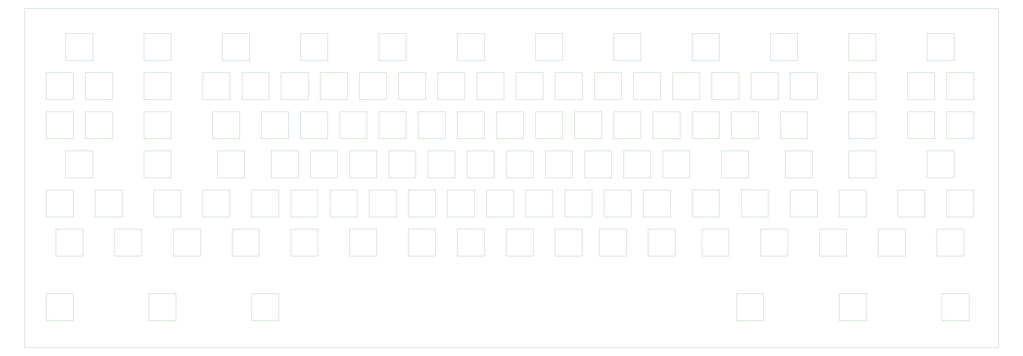
<source format=gbr>
%TF.GenerationSoftware,KiCad,Pcbnew,8.0.1-8.0.1-1~ubuntu22.04.1*%
%TF.CreationDate,2024-03-20T17:05:29+03:00*%
%TF.ProjectId,SpaceCadet,53706163-6543-4616-9465-742e6b696361,rev?*%
%TF.SameCoordinates,Original*%
%TF.FileFunction,Other,User*%
%FSLAX46Y46*%
G04 Gerber Fmt 4.6, Leading zero omitted, Abs format (unit mm)*
G04 Created by KiCad (PCBNEW 8.0.1-8.0.1-1~ubuntu22.04.1) date 2024-03-20 17:05:29*
%MOMM*%
%LPD*%
G01*
G04 APERTURE LIST*
%ADD10C,0.050000*%
%TA.AperFunction,Profile*%
%ADD11C,0.100000*%
%TD*%
G04 APERTURE END LIST*
D10*
X168369970Y-78050000D02*
X168369970Y-64850000D01*
X181569970Y-78050000D02*
X168369970Y-78050000D01*
X181569970Y-64850000D02*
X181569970Y-78050000D01*
X168369970Y-64850000D02*
X181569970Y-64850000D01*
X387444880Y-116150000D02*
X387444880Y-102950000D01*
X400644880Y-116150000D02*
X387444880Y-116150000D01*
X400644880Y-102950000D02*
X400644880Y-116150000D01*
X387444880Y-102950000D02*
X400644880Y-102950000D01*
X382682370Y-78050000D02*
X382682370Y-64850000D01*
X395882370Y-78050000D02*
X382682370Y-78050000D01*
X395882370Y-64850000D02*
X395882370Y-78050000D01*
X382682370Y-64850000D02*
X395882370Y-64850000D01*
X106457506Y-78050000D02*
X106457506Y-64850000D01*
X119657506Y-78050000D02*
X106457506Y-78050000D01*
X119657506Y-64850000D02*
X119657506Y-78050000D01*
X106457506Y-64850000D02*
X119657506Y-64850000D01*
X349344870Y-59000000D02*
X349344870Y-45800000D01*
X362544870Y-59000000D02*
X349344870Y-59000000D01*
X362544870Y-45800000D02*
X362544870Y-59000000D01*
X349344870Y-45800000D02*
X362544870Y-45800000D01*
X277907400Y-116150000D02*
X277907400Y-102950000D01*
X291107400Y-116150000D02*
X277907400Y-116150000D01*
X291107400Y-102950000D02*
X291107400Y-116150000D01*
X277907400Y-102950000D02*
X291107400Y-102950000D01*
X273144920Y-59000000D02*
X273144920Y-45800000D01*
X286344920Y-59000000D02*
X273144920Y-59000000D01*
X286344920Y-45800000D02*
X286344920Y-59000000D01*
X273144920Y-45800000D02*
X286344920Y-45800000D01*
X292194900Y-59000000D02*
X292194900Y-45800000D01*
X305394900Y-59000000D02*
X292194900Y-59000000D01*
X305394900Y-45800000D02*
X305394900Y-59000000D01*
X292194900Y-45800000D02*
X305394900Y-45800000D01*
X49307497Y-116150000D02*
X49307497Y-102950000D01*
X62507497Y-116150000D02*
X49307497Y-116150000D01*
X62507497Y-102950000D02*
X62507497Y-116150000D01*
X49307497Y-102950000D02*
X62507497Y-102950000D01*
X444594800Y-59000000D02*
X444594800Y-45800000D01*
X457794800Y-59000000D02*
X444594800Y-59000000D01*
X457794800Y-45800000D02*
X457794800Y-59000000D01*
X444594800Y-45800000D02*
X457794800Y-45800000D01*
X387444850Y-59000000D02*
X387444850Y-45800000D01*
X400644850Y-59000000D02*
X387444850Y-59000000D01*
X400644850Y-45800000D02*
X400644850Y-59000000D01*
X387444850Y-45800000D02*
X400644850Y-45800000D01*
X258857420Y-116150000D02*
X258857420Y-102950000D01*
X272057420Y-116150000D02*
X258857420Y-116150000D01*
X272057420Y-102950000D02*
X272057420Y-116150000D01*
X258857420Y-102950000D02*
X272057420Y-102950000D01*
X58832500Y-135200000D02*
X58832500Y-122000000D01*
X72032500Y-135200000D02*
X58832500Y-135200000D01*
X72032500Y-122000000D02*
X72032500Y-135200000D01*
X58832500Y-122000000D02*
X72032500Y-122000000D01*
X135032500Y-97100000D02*
X135032500Y-83900000D01*
X148232500Y-97100000D02*
X135032500Y-97100000D01*
X148232500Y-83900000D02*
X148232500Y-97100000D01*
X135032500Y-83900000D02*
X148232500Y-83900000D01*
X139794990Y-59000000D02*
X139794990Y-45800000D01*
X152994990Y-59000000D02*
X139794990Y-59000000D01*
X152994990Y-45800000D02*
X152994990Y-59000000D01*
X139794990Y-45800000D02*
X152994990Y-45800000D01*
X130270000Y-78050000D02*
X130270000Y-64850000D01*
X143470000Y-78050000D02*
X130270000Y-78050000D01*
X143470000Y-64850000D02*
X143470000Y-78050000D01*
X130270000Y-64850000D02*
X143470000Y-64850000D01*
X215994940Y-59000000D02*
X215994940Y-45800000D01*
X229194940Y-59000000D02*
X215994940Y-59000000D01*
X229194940Y-45800000D02*
X229194940Y-59000000D01*
X215994940Y-45800000D02*
X229194940Y-45800000D01*
X454119900Y-39950000D02*
X454119900Y-26750000D01*
X467319900Y-39950000D02*
X454119900Y-39950000D01*
X467319900Y-26750000D02*
X467319900Y-39950000D01*
X454119900Y-26750000D02*
X467319900Y-26750000D01*
X318388760Y-135200000D02*
X318388760Y-122000000D01*
X331588760Y-135200000D02*
X318388760Y-135200000D01*
X331588760Y-122000000D02*
X331588760Y-135200000D01*
X318388760Y-122000000D02*
X331588760Y-122000000D01*
X358869870Y-78050000D02*
X358869870Y-64850000D01*
X372069870Y-78050000D02*
X358869870Y-78050000D01*
X372069870Y-64850000D02*
X372069870Y-78050000D01*
X358869870Y-64850000D02*
X372069870Y-64850000D01*
X154082480Y-97100000D02*
X154082480Y-83900000D01*
X167282480Y-97100000D02*
X154082480Y-97100000D01*
X167282480Y-83900000D02*
X167282480Y-97100000D01*
X154082480Y-83900000D02*
X167282480Y-83900000D01*
X149319990Y-78050000D02*
X149319990Y-64850000D01*
X162519990Y-78050000D02*
X149319990Y-78050000D01*
X162519990Y-64850000D02*
X162519990Y-78050000D01*
X149319990Y-64850000D02*
X162519990Y-64850000D01*
X144557500Y-135200000D02*
X144557500Y-122000000D01*
X157757500Y-135200000D02*
X144557500Y-135200000D01*
X157757500Y-122000000D02*
X157757500Y-135200000D01*
X144557500Y-122000000D02*
X157757500Y-122000000D01*
X120745000Y-59000000D02*
X120745000Y-45800000D01*
X133945000Y-59000000D02*
X120745000Y-59000000D01*
X133945000Y-45800000D02*
X133945000Y-59000000D01*
X120745000Y-45800000D02*
X133945000Y-45800000D01*
X416019830Y-59000000D02*
X416019830Y-45800000D01*
X429219830Y-59000000D02*
X416019830Y-59000000D01*
X429219830Y-45800000D02*
X429219830Y-59000000D01*
X416019830Y-45800000D02*
X429219830Y-45800000D01*
X30257500Y-135200000D02*
X30257500Y-122000000D01*
X43457500Y-135200000D02*
X30257500Y-135200000D01*
X43457500Y-122000000D02*
X43457500Y-135200000D01*
X30257500Y-122000000D02*
X43457500Y-122000000D01*
X320769900Y-78050000D02*
X320769900Y-64850000D01*
X333969900Y-78050000D02*
X320769900Y-78050000D01*
X333969900Y-64850000D02*
X333969900Y-78050000D01*
X320769900Y-64850000D02*
X333969900Y-64850000D01*
X177894970Y-59000000D02*
X177894970Y-45800000D01*
X191094970Y-59000000D02*
X177894970Y-59000000D01*
X191094970Y-45800000D02*
X191094970Y-59000000D01*
X177894970Y-45800000D02*
X191094970Y-45800000D01*
X263619930Y-78050000D02*
X263619930Y-64850000D01*
X276819930Y-78050000D02*
X263619930Y-78050000D01*
X276819930Y-64850000D02*
X276819930Y-78050000D01*
X263619930Y-64850000D02*
X276819930Y-64850000D01*
X325532370Y-97100000D02*
X325532370Y-83900000D01*
X338732370Y-97100000D02*
X325532370Y-97100000D01*
X338732370Y-83900000D02*
X338732370Y-97100000D01*
X325532370Y-83900000D02*
X338732370Y-83900000D01*
X77882490Y-116150000D02*
X77882490Y-102950000D01*
X91082490Y-116150000D02*
X77882490Y-116150000D01*
X91082490Y-102950000D02*
X91082490Y-116150000D01*
X77882490Y-102950000D02*
X91082490Y-102950000D01*
X287432400Y-97100000D02*
X287432400Y-83900000D01*
X300632400Y-97100000D02*
X287432400Y-97100000D01*
X300632400Y-83900000D02*
X300632400Y-97100000D01*
X287432400Y-83900000D02*
X300632400Y-83900000D01*
X73120004Y-97100000D02*
X73120004Y-83900000D01*
X86320004Y-97100000D02*
X73120004Y-97100000D01*
X86320004Y-83900000D02*
X86320004Y-97100000D01*
X73120004Y-83900000D02*
X86320004Y-83900000D01*
X35020000Y-39950000D02*
X35020000Y-26750000D01*
X48220000Y-39950000D02*
X35020000Y-39950000D01*
X48220000Y-26750000D02*
X48220000Y-39950000D01*
X35020000Y-26750000D02*
X48220000Y-26750000D01*
X463644800Y-59000000D02*
X463644800Y-45800000D01*
X476844800Y-59000000D02*
X463644800Y-59000000D01*
X476844800Y-45800000D02*
X476844800Y-59000000D01*
X463644800Y-45800000D02*
X476844800Y-45800000D01*
X201707450Y-116150000D02*
X201707450Y-102950000D01*
X214907450Y-116150000D02*
X201707450Y-116150000D01*
X214907450Y-102950000D02*
X214907450Y-116150000D01*
X201707450Y-102950000D02*
X214907450Y-102950000D01*
X196944960Y-59000000D02*
X196944960Y-45800000D01*
X210144960Y-59000000D02*
X196944960Y-59000000D01*
X210144960Y-45800000D02*
X210144960Y-59000000D01*
X196944960Y-45800000D02*
X210144960Y-45800000D01*
X225519940Y-78050000D02*
X225519940Y-64850000D01*
X238719940Y-78050000D02*
X225519940Y-78050000D01*
X238719940Y-64850000D02*
X238719940Y-78050000D01*
X225519940Y-64850000D02*
X238719940Y-64850000D01*
X244569920Y-78050000D02*
X244569920Y-64850000D01*
X257769920Y-78050000D02*
X244569920Y-78050000D01*
X257769920Y-64850000D02*
X257769920Y-78050000D01*
X244569920Y-64850000D02*
X257769920Y-64850000D01*
X108838754Y-97100000D02*
X108838754Y-83900000D01*
X122038754Y-97100000D02*
X108838754Y-97100000D01*
X122038754Y-83900000D02*
X122038754Y-97100000D01*
X108838754Y-83900000D02*
X122038754Y-83900000D01*
X416019920Y-39950000D02*
X416019920Y-26750000D01*
X429219920Y-39950000D02*
X416019920Y-39950000D01*
X429219920Y-26750000D02*
X429219920Y-39950000D01*
X416019920Y-26750000D02*
X429219920Y-26750000D01*
X294576260Y-135200000D02*
X294576260Y-122000000D01*
X307776260Y-135200000D02*
X294576260Y-135200000D01*
X307776260Y-122000000D02*
X307776260Y-135200000D01*
X294576260Y-122000000D02*
X307776260Y-122000000D01*
X316007380Y-116150000D02*
X316007380Y-102950000D01*
X329207380Y-116150000D02*
X316007380Y-116150000D01*
X329207380Y-102950000D02*
X329207380Y-116150000D01*
X316007380Y-102950000D02*
X329207380Y-102950000D01*
X339819880Y-78050000D02*
X339819880Y-64850000D01*
X353019880Y-78050000D02*
X339819880Y-78050000D01*
X353019880Y-64850000D02*
X353019880Y-78050000D01*
X339819880Y-64850000D02*
X353019880Y-64850000D01*
X235044930Y-59000000D02*
X235044930Y-45800000D01*
X248244930Y-59000000D02*
X235044930Y-59000000D01*
X248244930Y-45800000D02*
X248244930Y-59000000D01*
X235044930Y-45800000D02*
X248244930Y-45800000D01*
X163607480Y-116150000D02*
X163607480Y-102950000D01*
X176807480Y-116150000D02*
X163607480Y-116150000D01*
X176807480Y-102950000D02*
X176807480Y-116150000D01*
X163607480Y-102950000D02*
X176807480Y-102950000D01*
X416019860Y-78050000D02*
X416019860Y-64850000D01*
X429219860Y-78050000D02*
X416019860Y-78050000D01*
X429219860Y-64850000D02*
X429219860Y-78050000D01*
X416019860Y-64850000D02*
X429219860Y-64850000D01*
X263620020Y-39950000D02*
X263620020Y-26750000D01*
X276820020Y-39950000D02*
X263620020Y-39950000D01*
X276820020Y-26750000D02*
X276820020Y-39950000D01*
X263620020Y-26750000D02*
X276820020Y-26750000D01*
X182657460Y-116150000D02*
X182657460Y-102950000D01*
X195857460Y-116150000D02*
X182657460Y-116150000D01*
X195857460Y-102950000D02*
X195857460Y-116150000D01*
X182657460Y-102950000D02*
X195857460Y-102950000D01*
X44545000Y-78050000D02*
X44545000Y-64850000D01*
X57745000Y-78050000D02*
X44545000Y-78050000D01*
X57745000Y-64850000D02*
X57745000Y-78050000D01*
X44545000Y-64850000D02*
X57745000Y-64850000D01*
X249332420Y-97100000D02*
X249332420Y-83900000D01*
X262532420Y-97100000D02*
X249332420Y-97100000D01*
X262532420Y-83900000D02*
X262532420Y-97100000D01*
X249332420Y-83900000D02*
X262532420Y-83900000D01*
X25494375Y-153479948D02*
X38694375Y-153479948D01*
X25494375Y-166679948D02*
X25494375Y-153479948D01*
X38694375Y-153479948D02*
X38694375Y-166679948D01*
X38694375Y-166679948D02*
X25494375Y-166679948D01*
X75500000Y-153480000D02*
X88700000Y-153480000D01*
X75500000Y-166680000D02*
X75500000Y-153480000D01*
X88700000Y-153480000D02*
X88700000Y-166680000D01*
X88700000Y-166680000D02*
X75500000Y-166680000D01*
X125505883Y-153480052D02*
X138705883Y-153480052D01*
X125505883Y-166680052D02*
X125505883Y-153480052D01*
X138705883Y-153480052D02*
X138705883Y-166680052D01*
X138705883Y-166680052D02*
X125505883Y-166680052D01*
X187419960Y-78050000D02*
X187419960Y-64850000D01*
X200619960Y-78050000D02*
X187419960Y-78050000D01*
X200619960Y-64850000D02*
X200619960Y-78050000D01*
X187419960Y-64850000D02*
X200619960Y-64850000D01*
X306482400Y-97100000D02*
X306482400Y-83900000D01*
X319682400Y-97100000D02*
X306482400Y-97100000D01*
X319682400Y-83900000D02*
X319682400Y-97100000D01*
X306482400Y-83900000D02*
X319682400Y-83900000D01*
X463644830Y-78050000D02*
X463644830Y-64850000D01*
X476844830Y-78050000D02*
X463644830Y-78050000D01*
X476844830Y-64850000D02*
X476844830Y-78050000D01*
X463644830Y-64850000D02*
X476844830Y-64850000D01*
X73120004Y-59000000D02*
X73120004Y-45800000D01*
X86320004Y-59000000D02*
X73120004Y-59000000D01*
X86320004Y-45800000D02*
X86320004Y-59000000D01*
X73120004Y-45800000D02*
X86320004Y-45800000D01*
X149320020Y-39950000D02*
X149320020Y-26750000D01*
X162520020Y-39950000D02*
X149320020Y-39950000D01*
X162520020Y-26750000D02*
X162520020Y-39950000D01*
X149320020Y-26750000D02*
X162520020Y-26750000D01*
X101691240Y-102950000D02*
X114891240Y-102950000D01*
X101691240Y-116150000D02*
X101691240Y-102950000D01*
X114891240Y-102950000D02*
X114891240Y-116150000D01*
X114891240Y-116150000D02*
X101691240Y-116150000D01*
X125481240Y-102950000D02*
X138681240Y-102950000D01*
X125481240Y-116150000D02*
X125481240Y-102950000D01*
X138681240Y-102950000D02*
X138681240Y-116150000D01*
X138681240Y-116150000D02*
X125481240Y-116150000D01*
X87407495Y-135200000D02*
X87407495Y-122000000D01*
X100607495Y-135200000D02*
X87407495Y-135200000D01*
X100607495Y-122000000D02*
X100607495Y-135200000D01*
X87407495Y-122000000D02*
X100607495Y-122000000D01*
X361384375Y-153479948D02*
X374584375Y-153479948D01*
X361384375Y-166679948D02*
X361384375Y-153479948D01*
X374584375Y-153479948D02*
X374584375Y-166679948D01*
X374584375Y-166679948D02*
X361384375Y-166679948D01*
X411390000Y-153480000D02*
X424590000Y-153480000D01*
X411390000Y-166680000D02*
X411390000Y-153480000D01*
X424590000Y-153480000D02*
X424590000Y-166680000D01*
X424590000Y-166680000D02*
X411390000Y-166680000D01*
X461395883Y-153480052D02*
X474595883Y-153480052D01*
X461395883Y-166680052D02*
X461395883Y-153480052D01*
X474595883Y-153480052D02*
X474595883Y-166680052D01*
X474595883Y-166680052D02*
X461395883Y-166680052D01*
X401734980Y-135200000D02*
X401734980Y-122000000D01*
X414934980Y-135200000D02*
X401734980Y-135200000D01*
X414934980Y-122000000D02*
X414934980Y-135200000D01*
X401734980Y-122000000D02*
X414934980Y-122000000D01*
X339819970Y-39950000D02*
X339819970Y-26750000D01*
X353019970Y-39950000D02*
X339819970Y-39950000D01*
X353019970Y-26750000D02*
X353019970Y-39950000D01*
X339819970Y-26750000D02*
X353019970Y-26750000D01*
X344584950Y-135200000D02*
X344584950Y-122000000D01*
X357784950Y-135200000D02*
X344584950Y-135200000D01*
X357784950Y-122000000D02*
X357784950Y-135200000D01*
X344584950Y-122000000D02*
X357784950Y-122000000D01*
X230282430Y-97100000D02*
X230282430Y-83900000D01*
X243482430Y-97100000D02*
X230282430Y-97100000D01*
X243482430Y-83900000D02*
X243482430Y-97100000D01*
X230282430Y-83900000D02*
X243482430Y-83900000D01*
X354107350Y-97100000D02*
X354107350Y-83900000D01*
X367307350Y-97100000D02*
X354107350Y-97100000D01*
X367307350Y-83900000D02*
X367307350Y-97100000D01*
X354107350Y-83900000D02*
X367307350Y-83900000D01*
X377919950Y-39950000D02*
X377919950Y-26750000D01*
X391119950Y-39950000D02*
X377919950Y-39950000D01*
X391119950Y-26750000D02*
X391119950Y-39950000D01*
X377919950Y-26750000D02*
X391119950Y-26750000D01*
X35020000Y-97100000D02*
X35020000Y-83900000D01*
X48220000Y-97100000D02*
X35020000Y-97100000D01*
X48220000Y-83900000D02*
X48220000Y-97100000D01*
X35020000Y-83900000D02*
X48220000Y-83900000D01*
X192182460Y-97100000D02*
X192182460Y-83900000D01*
X205382460Y-97100000D02*
X192182460Y-97100000D01*
X205382460Y-83900000D02*
X205382460Y-97100000D01*
X192182460Y-83900000D02*
X205382460Y-83900000D01*
X249328760Y-122000000D02*
X262528760Y-122000000D01*
X249328760Y-135200000D02*
X249328760Y-122000000D01*
X262528760Y-122000000D02*
X262528760Y-135200000D01*
X262528760Y-135200000D02*
X249328760Y-135200000D01*
X273118760Y-122000000D02*
X286318760Y-122000000D01*
X273118760Y-135200000D02*
X273118760Y-122000000D01*
X286318760Y-122000000D02*
X286318760Y-135200000D01*
X286318760Y-135200000D02*
X273118760Y-135200000D01*
X411257380Y-116150000D02*
X411257380Y-102950000D01*
X424457380Y-116150000D02*
X411257380Y-116150000D01*
X424457380Y-102950000D02*
X424457380Y-116150000D01*
X411257380Y-102950000D02*
X424457380Y-102950000D01*
X330294900Y-59000000D02*
X330294900Y-45800000D01*
X343494900Y-59000000D02*
X330294900Y-59000000D01*
X343494900Y-45800000D02*
X343494900Y-59000000D01*
X330294900Y-45800000D02*
X343494900Y-45800000D01*
X187420020Y-39950000D02*
X187420020Y-26750000D01*
X200620020Y-39950000D02*
X187420020Y-39950000D01*
X200620020Y-26750000D02*
X200620020Y-39950000D01*
X187420020Y-26750000D02*
X200620020Y-26750000D01*
X282669920Y-78050000D02*
X282669920Y-64850000D01*
X295869920Y-78050000D02*
X282669920Y-78050000D01*
X295869920Y-64850000D02*
X295869920Y-78050000D01*
X282669920Y-64850000D02*
X295869920Y-64850000D01*
X206469950Y-78050000D02*
X206469950Y-64850000D01*
X219669950Y-78050000D02*
X206469950Y-78050000D01*
X219669950Y-64850000D02*
X219669950Y-78050000D01*
X206469950Y-64850000D02*
X219669950Y-64850000D01*
X25495000Y-59000000D02*
X25495000Y-45800000D01*
X38695000Y-59000000D02*
X25495000Y-59000000D01*
X38695000Y-45800000D02*
X38695000Y-59000000D01*
X25495000Y-45800000D02*
X38695000Y-45800000D01*
X25495000Y-116150000D02*
X25495000Y-102950000D01*
X38695000Y-116150000D02*
X25495000Y-116150000D01*
X38695000Y-102950000D02*
X38695000Y-116150000D01*
X25495000Y-102950000D02*
X38695000Y-102950000D01*
X158844980Y-59000000D02*
X158844980Y-45800000D01*
X172044980Y-59000000D02*
X158844980Y-59000000D01*
X172044980Y-45800000D02*
X172044980Y-59000000D01*
X158844980Y-45800000D02*
X172044980Y-45800000D01*
X458885000Y-135200000D02*
X458885000Y-122000000D01*
X472085000Y-135200000D02*
X458885000Y-135200000D01*
X472085000Y-122000000D02*
X472085000Y-135200000D01*
X458885000Y-122000000D02*
X472085000Y-122000000D01*
X73120004Y-78050000D02*
X73120004Y-64850000D01*
X86320004Y-78050000D02*
X73120004Y-78050000D01*
X86320004Y-64850000D02*
X86320004Y-78050000D01*
X73120004Y-64850000D02*
X86320004Y-64850000D01*
X201703760Y-121970000D02*
X214903760Y-122000000D01*
X201703760Y-135170000D02*
X201703760Y-121970000D01*
X214903760Y-121970000D02*
X214903760Y-135170000D01*
X214903760Y-135170000D02*
X201703760Y-135170000D01*
X225523760Y-121990000D02*
X238723760Y-122000000D01*
X225523760Y-135190000D02*
X225523760Y-121990000D01*
X238723760Y-121990000D02*
X238723760Y-135190000D01*
X238723760Y-135200000D02*
X225523760Y-135190000D01*
X301720000Y-39950000D02*
X301720000Y-26750000D01*
X314920000Y-39950000D02*
X301720000Y-39950000D01*
X314920000Y-26750000D02*
X314920000Y-39950000D01*
X301720000Y-26750000D02*
X314920000Y-26750000D01*
X220757440Y-116150000D02*
X220757440Y-102950000D01*
X233957440Y-116150000D02*
X220757440Y-116150000D01*
X233957440Y-102950000D02*
X233957440Y-116150000D01*
X220757440Y-102950000D02*
X233957440Y-102950000D01*
X211232450Y-97100000D02*
X211232450Y-83900000D01*
X224432450Y-97100000D02*
X211232450Y-97100000D01*
X224432450Y-83900000D02*
X224432450Y-97100000D01*
X211232450Y-83900000D02*
X224432450Y-83900000D01*
X385063600Y-97100000D02*
X385063600Y-83900000D01*
X398263600Y-97100000D02*
X385063600Y-97100000D01*
X398263600Y-83900000D02*
X398263600Y-97100000D01*
X385063600Y-83900000D02*
X398263600Y-83900000D01*
X25495000Y-78050000D02*
X25495000Y-64850000D01*
X38695000Y-78050000D02*
X25495000Y-78050000D01*
X38695000Y-64850000D02*
X38695000Y-78050000D01*
X25495000Y-64850000D02*
X38695000Y-64850000D01*
X416019830Y-97100000D02*
X416019830Y-83900000D01*
X429219830Y-97100000D02*
X416019830Y-97100000D01*
X429219830Y-83900000D02*
X429219830Y-97100000D01*
X416019830Y-83900000D02*
X429219830Y-83900000D01*
X225520030Y-39950000D02*
X225520030Y-26750000D01*
X238720030Y-39950000D02*
X225520030Y-39950000D01*
X238720030Y-26750000D02*
X238720030Y-39950000D01*
X225520030Y-26750000D02*
X238720030Y-26750000D01*
X73120004Y-39950000D02*
X73120004Y-26750000D01*
X86320004Y-39950000D02*
X73120004Y-39950000D01*
X86320004Y-26750000D02*
X86320004Y-39950000D01*
X73120004Y-26750000D02*
X86320004Y-26750000D01*
X296957400Y-116150000D02*
X296957400Y-102950000D01*
X310157400Y-116150000D02*
X296957400Y-116150000D01*
X310157400Y-102950000D02*
X310157400Y-116150000D01*
X296957400Y-102950000D02*
X310157400Y-102950000D01*
X368394860Y-59000000D02*
X368394860Y-45800000D01*
X381594860Y-59000000D02*
X368394860Y-59000000D01*
X381594860Y-45800000D02*
X381594860Y-59000000D01*
X368394860Y-45800000D02*
X381594860Y-45800000D01*
X339816130Y-102920000D02*
X353016130Y-102950000D01*
X339816130Y-116120000D02*
X339816130Y-102920000D01*
X353016130Y-102920000D02*
X353016130Y-116120000D01*
X353016130Y-116120000D02*
X339816130Y-116120000D01*
X363636130Y-102940000D02*
X376836130Y-102950000D01*
X363636130Y-116140000D02*
X363636130Y-102940000D01*
X376836130Y-102940000D02*
X376836130Y-116140000D01*
X376836130Y-116150000D02*
X363636130Y-116140000D01*
X173132470Y-97100000D02*
X173132470Y-83900000D01*
X186332470Y-97100000D02*
X173132470Y-97100000D01*
X186332470Y-83900000D02*
X186332470Y-97100000D01*
X173132470Y-83900000D02*
X186332470Y-83900000D01*
X268382400Y-97100000D02*
X268382400Y-83900000D01*
X281582400Y-97100000D02*
X268382400Y-97100000D01*
X281582400Y-83900000D02*
X281582400Y-97100000D01*
X268382400Y-83900000D02*
X281582400Y-83900000D01*
X144557490Y-116150000D02*
X144557490Y-102950000D01*
X157757490Y-116150000D02*
X144557490Y-116150000D01*
X157757490Y-102950000D02*
X157757490Y-116150000D01*
X144557490Y-102950000D02*
X157757490Y-102950000D01*
X439832400Y-116150000D02*
X439832400Y-102950000D01*
X453032400Y-116150000D02*
X439832400Y-116150000D01*
X453032400Y-102950000D02*
X453032400Y-116150000D01*
X439832400Y-102950000D02*
X453032400Y-102950000D01*
X444594840Y-78050000D02*
X444594840Y-64850000D01*
X457794840Y-78050000D02*
X444594840Y-78050000D01*
X457794840Y-64850000D02*
X457794840Y-78050000D01*
X444594840Y-64850000D02*
X457794840Y-64850000D01*
X101695010Y-59000000D02*
X101695010Y-45800000D01*
X114895010Y-59000000D02*
X101695010Y-59000000D01*
X114895010Y-45800000D02*
X114895010Y-59000000D01*
X101695010Y-45800000D02*
X114895010Y-45800000D01*
X373159970Y-135200000D02*
X373159970Y-122000000D01*
X386359970Y-135200000D02*
X373159970Y-135200000D01*
X386359970Y-122000000D02*
X386359970Y-135200000D01*
X373159970Y-122000000D02*
X386359970Y-122000000D01*
X44545000Y-59000000D02*
X44545000Y-45800000D01*
X57745000Y-59000000D02*
X44545000Y-59000000D01*
X57745000Y-45800000D02*
X57745000Y-59000000D01*
X44545000Y-45800000D02*
X57745000Y-45800000D01*
X173132520Y-135200000D02*
X173132520Y-122000000D01*
X186332520Y-135200000D02*
X173132520Y-135200000D01*
X186332520Y-122000000D02*
X186332520Y-135200000D01*
X173132520Y-122000000D02*
X186332520Y-122000000D01*
X111220010Y-39950000D02*
X111220010Y-26750000D01*
X124420010Y-39950000D02*
X111220010Y-39950000D01*
X124420010Y-26750000D02*
X124420010Y-39950000D01*
X111220010Y-26750000D02*
X124420010Y-26750000D01*
X311244900Y-59000000D02*
X311244900Y-45800000D01*
X324444900Y-59000000D02*
X311244900Y-59000000D01*
X324444900Y-45800000D02*
X324444900Y-59000000D01*
X311244900Y-45800000D02*
X324444900Y-45800000D01*
X301719900Y-78050000D02*
X301719900Y-64850000D01*
X314919900Y-78050000D02*
X301719900Y-78050000D01*
X314919900Y-64850000D02*
X314919900Y-78050000D01*
X301719900Y-64850000D02*
X314919900Y-64850000D01*
X239807430Y-116150000D02*
X239807430Y-102950000D01*
X253007430Y-116150000D02*
X239807430Y-116150000D01*
X253007430Y-102950000D02*
X253007430Y-116150000D01*
X239807430Y-102950000D02*
X253007430Y-102950000D01*
X254094930Y-59000000D02*
X254094930Y-45800000D01*
X267294930Y-59000000D02*
X254094930Y-59000000D01*
X267294930Y-45800000D02*
X267294930Y-59000000D01*
X254094930Y-45800000D02*
X267294930Y-45800000D01*
X430310000Y-135200000D02*
X430310000Y-122000000D01*
X443510000Y-135200000D02*
X430310000Y-135200000D01*
X443510000Y-122000000D02*
X443510000Y-135200000D01*
X430310000Y-122000000D02*
X443510000Y-122000000D01*
X115982490Y-135200000D02*
X115982490Y-122000000D01*
X129182490Y-135200000D02*
X115982490Y-135200000D01*
X129182490Y-122000000D02*
X129182490Y-135200000D01*
X115982490Y-122000000D02*
X129182490Y-122000000D01*
X454119800Y-97100000D02*
X454119800Y-83900000D01*
X467319800Y-97100000D02*
X454119800Y-97100000D01*
X467319800Y-83900000D02*
X467319800Y-97100000D01*
X454119800Y-83900000D02*
X467319800Y-83900000D01*
X463644900Y-116150000D02*
X463644900Y-102950000D01*
X476844900Y-116150000D02*
X463644900Y-116150000D01*
X476844900Y-102950000D02*
X476844900Y-116150000D01*
X463644900Y-102950000D02*
X476844900Y-102950000D01*
D11*
X14979980Y-14720000D02*
X488920000Y-14720000D01*
X488920000Y-179670000D01*
X14979980Y-179670000D01*
X14979980Y-14720000D01*
M02*

</source>
